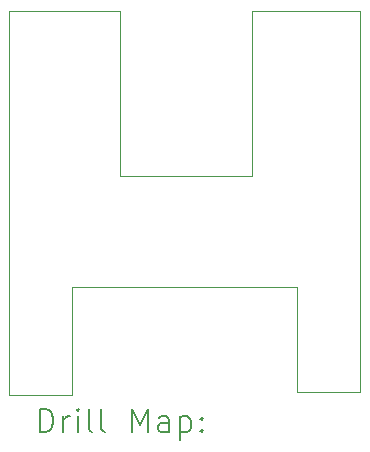
<source format=gbr>
%TF.GenerationSoftware,KiCad,Pcbnew,7.0.10*%
%TF.CreationDate,2024-05-25T00:15:14+05:30*%
%TF.ProjectId,bb-adaptor-V1,62622d61-6461-4707-946f-722d56312e6b,rev?*%
%TF.SameCoordinates,Original*%
%TF.FileFunction,Drillmap*%
%TF.FilePolarity,Positive*%
%FSLAX45Y45*%
G04 Gerber Fmt 4.5, Leading zero omitted, Abs format (unit mm)*
G04 Created by KiCad (PCBNEW 7.0.10) date 2024-05-25 00:15:14*
%MOMM*%
%LPD*%
G01*
G04 APERTURE LIST*
%ADD10C,0.100000*%
%ADD11C,0.200000*%
G04 APERTURE END LIST*
D10*
X14071600Y-10541000D02*
X14071600Y-7289800D01*
X14605000Y-10541000D02*
X14071600Y-10541000D01*
X17043400Y-7289800D02*
X17043400Y-10515600D01*
X16510000Y-9626600D02*
X14605000Y-9626600D01*
X15011400Y-8686800D02*
X16129000Y-8686800D01*
X14605000Y-9626600D02*
X14605000Y-10541000D01*
X16510000Y-10515600D02*
X16510000Y-9626600D01*
X17043400Y-10515600D02*
X16510000Y-10515600D01*
X16129000Y-8686800D02*
X16129000Y-7289800D01*
X16129000Y-7289800D02*
X17043400Y-7289800D01*
X14071600Y-7289800D02*
X15011400Y-7289800D01*
X15011400Y-7289800D02*
X15011400Y-8686800D01*
D11*
X14327377Y-10857484D02*
X14327377Y-10657484D01*
X14327377Y-10657484D02*
X14374996Y-10657484D01*
X14374996Y-10657484D02*
X14403567Y-10667008D01*
X14403567Y-10667008D02*
X14422615Y-10686055D01*
X14422615Y-10686055D02*
X14432139Y-10705103D01*
X14432139Y-10705103D02*
X14441662Y-10743198D01*
X14441662Y-10743198D02*
X14441662Y-10771770D01*
X14441662Y-10771770D02*
X14432139Y-10809865D01*
X14432139Y-10809865D02*
X14422615Y-10828912D01*
X14422615Y-10828912D02*
X14403567Y-10847960D01*
X14403567Y-10847960D02*
X14374996Y-10857484D01*
X14374996Y-10857484D02*
X14327377Y-10857484D01*
X14527377Y-10857484D02*
X14527377Y-10724150D01*
X14527377Y-10762246D02*
X14536901Y-10743198D01*
X14536901Y-10743198D02*
X14546424Y-10733674D01*
X14546424Y-10733674D02*
X14565472Y-10724150D01*
X14565472Y-10724150D02*
X14584520Y-10724150D01*
X14651186Y-10857484D02*
X14651186Y-10724150D01*
X14651186Y-10657484D02*
X14641662Y-10667008D01*
X14641662Y-10667008D02*
X14651186Y-10676531D01*
X14651186Y-10676531D02*
X14660710Y-10667008D01*
X14660710Y-10667008D02*
X14651186Y-10657484D01*
X14651186Y-10657484D02*
X14651186Y-10676531D01*
X14774996Y-10857484D02*
X14755948Y-10847960D01*
X14755948Y-10847960D02*
X14746424Y-10828912D01*
X14746424Y-10828912D02*
X14746424Y-10657484D01*
X14879758Y-10857484D02*
X14860710Y-10847960D01*
X14860710Y-10847960D02*
X14851186Y-10828912D01*
X14851186Y-10828912D02*
X14851186Y-10657484D01*
X15108329Y-10857484D02*
X15108329Y-10657484D01*
X15108329Y-10657484D02*
X15174996Y-10800341D01*
X15174996Y-10800341D02*
X15241662Y-10657484D01*
X15241662Y-10657484D02*
X15241662Y-10857484D01*
X15422615Y-10857484D02*
X15422615Y-10752722D01*
X15422615Y-10752722D02*
X15413091Y-10733674D01*
X15413091Y-10733674D02*
X15394043Y-10724150D01*
X15394043Y-10724150D02*
X15355948Y-10724150D01*
X15355948Y-10724150D02*
X15336901Y-10733674D01*
X15422615Y-10847960D02*
X15403567Y-10857484D01*
X15403567Y-10857484D02*
X15355948Y-10857484D01*
X15355948Y-10857484D02*
X15336901Y-10847960D01*
X15336901Y-10847960D02*
X15327377Y-10828912D01*
X15327377Y-10828912D02*
X15327377Y-10809865D01*
X15327377Y-10809865D02*
X15336901Y-10790817D01*
X15336901Y-10790817D02*
X15355948Y-10781293D01*
X15355948Y-10781293D02*
X15403567Y-10781293D01*
X15403567Y-10781293D02*
X15422615Y-10771770D01*
X15517853Y-10724150D02*
X15517853Y-10924150D01*
X15517853Y-10733674D02*
X15536901Y-10724150D01*
X15536901Y-10724150D02*
X15574996Y-10724150D01*
X15574996Y-10724150D02*
X15594043Y-10733674D01*
X15594043Y-10733674D02*
X15603567Y-10743198D01*
X15603567Y-10743198D02*
X15613091Y-10762246D01*
X15613091Y-10762246D02*
X15613091Y-10819389D01*
X15613091Y-10819389D02*
X15603567Y-10838436D01*
X15603567Y-10838436D02*
X15594043Y-10847960D01*
X15594043Y-10847960D02*
X15574996Y-10857484D01*
X15574996Y-10857484D02*
X15536901Y-10857484D01*
X15536901Y-10857484D02*
X15517853Y-10847960D01*
X15698805Y-10838436D02*
X15708329Y-10847960D01*
X15708329Y-10847960D02*
X15698805Y-10857484D01*
X15698805Y-10857484D02*
X15689282Y-10847960D01*
X15689282Y-10847960D02*
X15698805Y-10838436D01*
X15698805Y-10838436D02*
X15698805Y-10857484D01*
X15698805Y-10733674D02*
X15708329Y-10743198D01*
X15708329Y-10743198D02*
X15698805Y-10752722D01*
X15698805Y-10752722D02*
X15689282Y-10743198D01*
X15689282Y-10743198D02*
X15698805Y-10733674D01*
X15698805Y-10733674D02*
X15698805Y-10752722D01*
M02*

</source>
